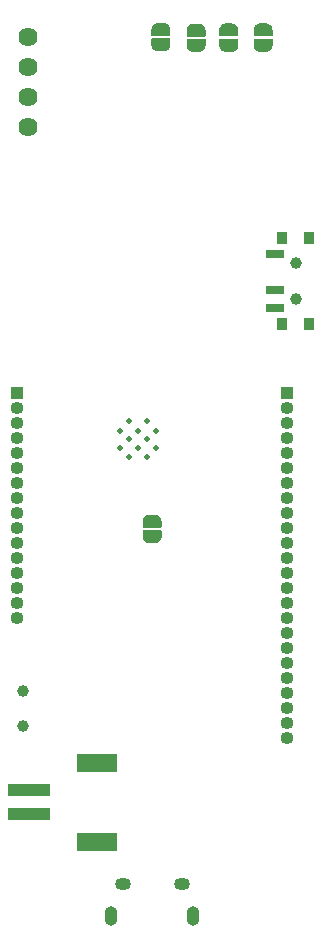
<source format=gbr>
%TF.GenerationSoftware,KiCad,Pcbnew,(5.1.6)-1*%
%TF.CreationDate,2020-08-18T23:06:57+02:00*%
%TF.ProjectId,ESP32-S2-WROOM,45535033-322d-4533-922d-57524f4f4d2e,1.2*%
%TF.SameCoordinates,Original*%
%TF.FileFunction,Soldermask,Bot*%
%TF.FilePolarity,Negative*%
%FSLAX46Y46*%
G04 Gerber Fmt 4.6, Leading zero omitted, Abs format (unit mm)*
G04 Created by KiCad (PCBNEW (5.1.6)-1) date 2020-08-18 23:06:57*
%MOMM*%
%LPD*%
G01*
G04 APERTURE LIST*
%ADD10O,1.350000X1.050000*%
%ADD11O,1.100000X1.650000*%
%ADD12C,1.000000*%
%ADD13C,0.500000*%
%ADD14O,1.100000X1.100000*%
%ADD15R,1.100000X1.100000*%
%ADD16R,3.500000X1.600000*%
%ADD17R,3.600000X1.100000*%
%ADD18R,0.900000X1.100000*%
%ADD19R,1.600000X0.800000*%
%ADD20C,1.624000*%
%ADD21C,0.100000*%
G04 APERTURE END LIST*
D10*
%TO.C,J1*%
X94020000Y-124126000D03*
X99020000Y-124126000D03*
D11*
X93020000Y-126826000D03*
X100020000Y-126826000D03*
%TD*%
D12*
%TO.C,SW2*%
X85585500Y-110784000D03*
X85585500Y-107784000D03*
%TD*%
D13*
%TO.C,U2*%
X93820000Y-85793600D03*
X94582000Y-84980800D03*
X96106000Y-84980800D03*
X96817200Y-85793600D03*
X96817200Y-87266800D03*
X96055200Y-87978000D03*
X94582000Y-87978000D03*
X93820000Y-87266800D03*
X94582000Y-86504800D03*
X96106000Y-86454000D03*
X95344000Y-85793600D03*
X95293200Y-87266800D03*
%TD*%
D14*
%TO.C,J2*%
X85090000Y-101600000D03*
X85090000Y-100330000D03*
X85090000Y-99060000D03*
X85090000Y-97790000D03*
X85090000Y-96520000D03*
X85090000Y-95250000D03*
X85090000Y-93980000D03*
X85090000Y-92710000D03*
X85090000Y-91440000D03*
X85090000Y-90170000D03*
X85090000Y-88900000D03*
X85090000Y-87630000D03*
X85090000Y-86360000D03*
X85090000Y-85090000D03*
X85090000Y-83820000D03*
D15*
X85090000Y-82550000D03*
%TD*%
D14*
%TO.C,J3*%
X107950000Y-111760000D03*
X107950000Y-110490000D03*
X107950000Y-109220000D03*
X107950000Y-107950000D03*
X107950000Y-106680000D03*
X107950000Y-105410000D03*
X107950000Y-104140000D03*
X107950000Y-102870000D03*
X107950000Y-101600000D03*
X107950000Y-100330000D03*
X107950000Y-99060000D03*
X107950000Y-97790000D03*
X107950000Y-96520000D03*
X107950000Y-95250000D03*
X107950000Y-93980000D03*
X107950000Y-92710000D03*
X107950000Y-91440000D03*
X107950000Y-90170000D03*
X107950000Y-88900000D03*
X107950000Y-87630000D03*
X107950000Y-86360000D03*
X107950000Y-85090000D03*
X107950000Y-83820000D03*
D15*
X107950000Y-82550000D03*
%TD*%
D16*
%TO.C,J4*%
X91838500Y-120571000D03*
X91838500Y-113871000D03*
D17*
X86088500Y-118221000D03*
X86088500Y-116221000D03*
%TD*%
D18*
%TO.C,SW3*%
X107551000Y-69438500D03*
X107551000Y-76738500D03*
X109761000Y-76738500D03*
X109761000Y-69438500D03*
D19*
X106901000Y-75338500D03*
X106901000Y-73838500D03*
X106901000Y-70838500D03*
D12*
X108661000Y-74588500D03*
X108661000Y-71588500D03*
%TD*%
D20*
%TO.C,J5*%
X86042500Y-60071000D03*
X86042500Y-57531000D03*
X86042500Y-54991000D03*
X86042500Y-52451000D03*
%TD*%
D21*
%TO.C,JP1*%
G36*
X98050559Y-52310755D02*
G01*
X98047714Y-52320134D01*
X98043093Y-52328779D01*
X98036875Y-52336355D01*
X98029299Y-52342573D01*
X98020654Y-52347194D01*
X98011275Y-52350039D01*
X98001520Y-52351000D01*
X96501520Y-52351000D01*
X96491765Y-52350039D01*
X96482386Y-52347194D01*
X96473741Y-52342573D01*
X96466165Y-52336355D01*
X96459947Y-52328779D01*
X96455326Y-52320134D01*
X96452481Y-52310755D01*
X96451520Y-52301000D01*
X96451520Y-51801000D01*
X96452122Y-51794889D01*
X96452122Y-51776466D01*
X96452363Y-51771565D01*
X96457173Y-51722734D01*
X96457893Y-51717881D01*
X96467465Y-51669756D01*
X96468657Y-51664995D01*
X96482901Y-51618040D01*
X96484554Y-51613421D01*
X96503331Y-51568088D01*
X96505429Y-51563651D01*
X96528560Y-51520378D01*
X96531082Y-51516171D01*
X96558342Y-51475372D01*
X96561266Y-51471430D01*
X96592394Y-51433501D01*
X96595689Y-51429866D01*
X96630386Y-51395169D01*
X96634021Y-51391874D01*
X96671950Y-51360746D01*
X96675892Y-51357822D01*
X96716691Y-51330562D01*
X96720898Y-51328040D01*
X96764171Y-51304909D01*
X96768608Y-51302811D01*
X96813941Y-51284034D01*
X96818560Y-51282381D01*
X96865515Y-51268137D01*
X96870276Y-51266945D01*
X96918401Y-51257373D01*
X96923254Y-51256653D01*
X96972085Y-51251843D01*
X96976986Y-51251602D01*
X96995409Y-51251602D01*
X97001520Y-51251000D01*
X97501520Y-51251000D01*
X97507631Y-51251602D01*
X97526054Y-51251602D01*
X97530955Y-51251843D01*
X97579786Y-51256653D01*
X97584639Y-51257373D01*
X97632764Y-51266945D01*
X97637525Y-51268137D01*
X97684480Y-51282381D01*
X97689099Y-51284034D01*
X97734432Y-51302811D01*
X97738869Y-51304909D01*
X97782142Y-51328040D01*
X97786349Y-51330562D01*
X97827148Y-51357822D01*
X97831090Y-51360746D01*
X97869019Y-51391874D01*
X97872654Y-51395169D01*
X97907351Y-51429866D01*
X97910646Y-51433501D01*
X97941774Y-51471430D01*
X97944698Y-51475372D01*
X97971958Y-51516171D01*
X97974480Y-51520378D01*
X97997611Y-51563651D01*
X97999709Y-51568088D01*
X98018486Y-51613421D01*
X98020139Y-51618040D01*
X98034383Y-51664995D01*
X98035575Y-51669756D01*
X98045147Y-51717881D01*
X98045867Y-51722734D01*
X98050677Y-51771565D01*
X98050918Y-51776466D01*
X98050918Y-51794889D01*
X98051520Y-51801000D01*
X98051520Y-52301000D01*
X98050559Y-52310755D01*
G37*
G36*
X98050918Y-53107111D02*
G01*
X98050918Y-53125534D01*
X98050677Y-53130435D01*
X98045867Y-53179266D01*
X98045147Y-53184119D01*
X98035575Y-53232244D01*
X98034383Y-53237005D01*
X98020139Y-53283960D01*
X98018486Y-53288579D01*
X97999709Y-53333912D01*
X97997611Y-53338349D01*
X97974480Y-53381622D01*
X97971958Y-53385829D01*
X97944698Y-53426628D01*
X97941774Y-53430570D01*
X97910646Y-53468499D01*
X97907351Y-53472134D01*
X97872654Y-53506831D01*
X97869019Y-53510126D01*
X97831090Y-53541254D01*
X97827148Y-53544178D01*
X97786349Y-53571438D01*
X97782142Y-53573960D01*
X97738869Y-53597091D01*
X97734432Y-53599189D01*
X97689099Y-53617966D01*
X97684480Y-53619619D01*
X97637525Y-53633863D01*
X97632764Y-53635055D01*
X97584639Y-53644627D01*
X97579786Y-53645347D01*
X97530955Y-53650157D01*
X97526054Y-53650398D01*
X97507631Y-53650398D01*
X97501520Y-53651000D01*
X97001520Y-53651000D01*
X96995409Y-53650398D01*
X96976986Y-53650398D01*
X96972085Y-53650157D01*
X96923254Y-53645347D01*
X96918401Y-53644627D01*
X96870276Y-53635055D01*
X96865515Y-53633863D01*
X96818560Y-53619619D01*
X96813941Y-53617966D01*
X96768608Y-53599189D01*
X96764171Y-53597091D01*
X96720898Y-53573960D01*
X96716691Y-53571438D01*
X96675892Y-53544178D01*
X96671950Y-53541254D01*
X96634021Y-53510126D01*
X96630386Y-53506831D01*
X96595689Y-53472134D01*
X96592394Y-53468499D01*
X96561266Y-53430570D01*
X96558342Y-53426628D01*
X96531082Y-53385829D01*
X96528560Y-53381622D01*
X96505429Y-53338349D01*
X96503331Y-53333912D01*
X96484554Y-53288579D01*
X96482901Y-53283960D01*
X96468657Y-53237005D01*
X96467465Y-53232244D01*
X96457893Y-53184119D01*
X96457173Y-53179266D01*
X96452363Y-53130435D01*
X96452122Y-53125534D01*
X96452122Y-53107111D01*
X96451520Y-53101000D01*
X96451520Y-52601000D01*
X96452481Y-52591245D01*
X96455326Y-52581866D01*
X96459947Y-52573221D01*
X96466165Y-52565645D01*
X96473741Y-52559427D01*
X96482386Y-52554806D01*
X96491765Y-52551961D01*
X96501520Y-52551000D01*
X98001520Y-52551000D01*
X98011275Y-52551961D01*
X98020654Y-52554806D01*
X98029299Y-52559427D01*
X98036875Y-52565645D01*
X98043093Y-52573221D01*
X98047714Y-52581866D01*
X98050559Y-52591245D01*
X98051520Y-52601000D01*
X98051520Y-53101000D01*
X98050918Y-53107111D01*
G37*
%TD*%
%TO.C,JP2*%
G36*
X102207762Y-51830449D02*
G01*
X102207762Y-51812026D01*
X102208003Y-51807125D01*
X102212813Y-51758294D01*
X102213533Y-51753441D01*
X102223105Y-51705316D01*
X102224297Y-51700555D01*
X102238541Y-51653600D01*
X102240194Y-51648981D01*
X102258971Y-51603648D01*
X102261069Y-51599211D01*
X102284200Y-51555938D01*
X102286722Y-51551731D01*
X102313982Y-51510932D01*
X102316906Y-51506990D01*
X102348034Y-51469061D01*
X102351329Y-51465426D01*
X102386026Y-51430729D01*
X102389661Y-51427434D01*
X102427590Y-51396306D01*
X102431532Y-51393382D01*
X102472331Y-51366122D01*
X102476538Y-51363600D01*
X102519811Y-51340469D01*
X102524248Y-51338371D01*
X102569581Y-51319594D01*
X102574200Y-51317941D01*
X102621155Y-51303697D01*
X102625916Y-51302505D01*
X102674041Y-51292933D01*
X102678894Y-51292213D01*
X102727725Y-51287403D01*
X102732626Y-51287162D01*
X102751049Y-51287162D01*
X102757160Y-51286560D01*
X103257160Y-51286560D01*
X103263271Y-51287162D01*
X103281694Y-51287162D01*
X103286595Y-51287403D01*
X103335426Y-51292213D01*
X103340279Y-51292933D01*
X103388404Y-51302505D01*
X103393165Y-51303697D01*
X103440120Y-51317941D01*
X103444739Y-51319594D01*
X103490072Y-51338371D01*
X103494509Y-51340469D01*
X103537782Y-51363600D01*
X103541989Y-51366122D01*
X103582788Y-51393382D01*
X103586730Y-51396306D01*
X103624659Y-51427434D01*
X103628294Y-51430729D01*
X103662991Y-51465426D01*
X103666286Y-51469061D01*
X103697414Y-51506990D01*
X103700338Y-51510932D01*
X103727598Y-51551731D01*
X103730120Y-51555938D01*
X103753251Y-51599211D01*
X103755349Y-51603648D01*
X103774126Y-51648981D01*
X103775779Y-51653600D01*
X103790023Y-51700555D01*
X103791215Y-51705316D01*
X103800787Y-51753441D01*
X103801507Y-51758294D01*
X103806317Y-51807125D01*
X103806558Y-51812026D01*
X103806558Y-51830449D01*
X103807160Y-51836560D01*
X103807160Y-52336560D01*
X103806199Y-52346315D01*
X103803354Y-52355694D01*
X103798733Y-52364339D01*
X103792515Y-52371915D01*
X103784939Y-52378133D01*
X103776294Y-52382754D01*
X103766915Y-52385599D01*
X103757160Y-52386560D01*
X102257160Y-52386560D01*
X102247405Y-52385599D01*
X102238026Y-52382754D01*
X102229381Y-52378133D01*
X102221805Y-52371915D01*
X102215587Y-52364339D01*
X102210966Y-52355694D01*
X102208121Y-52346315D01*
X102207160Y-52336560D01*
X102207160Y-51836560D01*
X102207762Y-51830449D01*
G37*
G36*
X102208121Y-52626805D02*
G01*
X102210966Y-52617426D01*
X102215587Y-52608781D01*
X102221805Y-52601205D01*
X102229381Y-52594987D01*
X102238026Y-52590366D01*
X102247405Y-52587521D01*
X102257160Y-52586560D01*
X103757160Y-52586560D01*
X103766915Y-52587521D01*
X103776294Y-52590366D01*
X103784939Y-52594987D01*
X103792515Y-52601205D01*
X103798733Y-52608781D01*
X103803354Y-52617426D01*
X103806199Y-52626805D01*
X103807160Y-52636560D01*
X103807160Y-53136560D01*
X103806558Y-53142671D01*
X103806558Y-53161094D01*
X103806317Y-53165995D01*
X103801507Y-53214826D01*
X103800787Y-53219679D01*
X103791215Y-53267804D01*
X103790023Y-53272565D01*
X103775779Y-53319520D01*
X103774126Y-53324139D01*
X103755349Y-53369472D01*
X103753251Y-53373909D01*
X103730120Y-53417182D01*
X103727598Y-53421389D01*
X103700338Y-53462188D01*
X103697414Y-53466130D01*
X103666286Y-53504059D01*
X103662991Y-53507694D01*
X103628294Y-53542391D01*
X103624659Y-53545686D01*
X103586730Y-53576814D01*
X103582788Y-53579738D01*
X103541989Y-53606998D01*
X103537782Y-53609520D01*
X103494509Y-53632651D01*
X103490072Y-53634749D01*
X103444739Y-53653526D01*
X103440120Y-53655179D01*
X103393165Y-53669423D01*
X103388404Y-53670615D01*
X103340279Y-53680187D01*
X103335426Y-53680907D01*
X103286595Y-53685717D01*
X103281694Y-53685958D01*
X103263271Y-53685958D01*
X103257160Y-53686560D01*
X102757160Y-53686560D01*
X102751049Y-53685958D01*
X102732626Y-53685958D01*
X102727725Y-53685717D01*
X102678894Y-53680907D01*
X102674041Y-53680187D01*
X102625916Y-53670615D01*
X102621155Y-53669423D01*
X102574200Y-53655179D01*
X102569581Y-53653526D01*
X102524248Y-53634749D01*
X102519811Y-53632651D01*
X102476538Y-53609520D01*
X102472331Y-53606998D01*
X102431532Y-53579738D01*
X102427590Y-53576814D01*
X102389661Y-53545686D01*
X102386026Y-53542391D01*
X102351329Y-53507694D01*
X102348034Y-53504059D01*
X102316906Y-53466130D01*
X102313982Y-53462188D01*
X102286722Y-53421389D01*
X102284200Y-53417182D01*
X102261069Y-53373909D01*
X102258971Y-53369472D01*
X102240194Y-53324139D01*
X102238541Y-53319520D01*
X102224297Y-53272565D01*
X102223105Y-53267804D01*
X102213533Y-53219679D01*
X102212813Y-53214826D01*
X102208003Y-53165995D01*
X102207762Y-53161094D01*
X102207762Y-53142671D01*
X102207160Y-53136560D01*
X102207160Y-52636560D01*
X102208121Y-52626805D01*
G37*
%TD*%
%TO.C,JP3*%
G36*
X101042679Y-52351395D02*
G01*
X101039834Y-52360774D01*
X101035213Y-52369419D01*
X101028995Y-52376995D01*
X101021419Y-52383213D01*
X101012774Y-52387834D01*
X101003395Y-52390679D01*
X100993640Y-52391640D01*
X99493640Y-52391640D01*
X99483885Y-52390679D01*
X99474506Y-52387834D01*
X99465861Y-52383213D01*
X99458285Y-52376995D01*
X99452067Y-52369419D01*
X99447446Y-52360774D01*
X99444601Y-52351395D01*
X99443640Y-52341640D01*
X99443640Y-51841640D01*
X99444242Y-51835529D01*
X99444242Y-51817106D01*
X99444483Y-51812205D01*
X99449293Y-51763374D01*
X99450013Y-51758521D01*
X99459585Y-51710396D01*
X99460777Y-51705635D01*
X99475021Y-51658680D01*
X99476674Y-51654061D01*
X99495451Y-51608728D01*
X99497549Y-51604291D01*
X99520680Y-51561018D01*
X99523202Y-51556811D01*
X99550462Y-51516012D01*
X99553386Y-51512070D01*
X99584514Y-51474141D01*
X99587809Y-51470506D01*
X99622506Y-51435809D01*
X99626141Y-51432514D01*
X99664070Y-51401386D01*
X99668012Y-51398462D01*
X99708811Y-51371202D01*
X99713018Y-51368680D01*
X99756291Y-51345549D01*
X99760728Y-51343451D01*
X99806061Y-51324674D01*
X99810680Y-51323021D01*
X99857635Y-51308777D01*
X99862396Y-51307585D01*
X99910521Y-51298013D01*
X99915374Y-51297293D01*
X99964205Y-51292483D01*
X99969106Y-51292242D01*
X99987529Y-51292242D01*
X99993640Y-51291640D01*
X100493640Y-51291640D01*
X100499751Y-51292242D01*
X100518174Y-51292242D01*
X100523075Y-51292483D01*
X100571906Y-51297293D01*
X100576759Y-51298013D01*
X100624884Y-51307585D01*
X100629645Y-51308777D01*
X100676600Y-51323021D01*
X100681219Y-51324674D01*
X100726552Y-51343451D01*
X100730989Y-51345549D01*
X100774262Y-51368680D01*
X100778469Y-51371202D01*
X100819268Y-51398462D01*
X100823210Y-51401386D01*
X100861139Y-51432514D01*
X100864774Y-51435809D01*
X100899471Y-51470506D01*
X100902766Y-51474141D01*
X100933894Y-51512070D01*
X100936818Y-51516012D01*
X100964078Y-51556811D01*
X100966600Y-51561018D01*
X100989731Y-51604291D01*
X100991829Y-51608728D01*
X101010606Y-51654061D01*
X101012259Y-51658680D01*
X101026503Y-51705635D01*
X101027695Y-51710396D01*
X101037267Y-51758521D01*
X101037987Y-51763374D01*
X101042797Y-51812205D01*
X101043038Y-51817106D01*
X101043038Y-51835529D01*
X101043640Y-51841640D01*
X101043640Y-52341640D01*
X101042679Y-52351395D01*
G37*
G36*
X101043038Y-53147751D02*
G01*
X101043038Y-53166174D01*
X101042797Y-53171075D01*
X101037987Y-53219906D01*
X101037267Y-53224759D01*
X101027695Y-53272884D01*
X101026503Y-53277645D01*
X101012259Y-53324600D01*
X101010606Y-53329219D01*
X100991829Y-53374552D01*
X100989731Y-53378989D01*
X100966600Y-53422262D01*
X100964078Y-53426469D01*
X100936818Y-53467268D01*
X100933894Y-53471210D01*
X100902766Y-53509139D01*
X100899471Y-53512774D01*
X100864774Y-53547471D01*
X100861139Y-53550766D01*
X100823210Y-53581894D01*
X100819268Y-53584818D01*
X100778469Y-53612078D01*
X100774262Y-53614600D01*
X100730989Y-53637731D01*
X100726552Y-53639829D01*
X100681219Y-53658606D01*
X100676600Y-53660259D01*
X100629645Y-53674503D01*
X100624884Y-53675695D01*
X100576759Y-53685267D01*
X100571906Y-53685987D01*
X100523075Y-53690797D01*
X100518174Y-53691038D01*
X100499751Y-53691038D01*
X100493640Y-53691640D01*
X99993640Y-53691640D01*
X99987529Y-53691038D01*
X99969106Y-53691038D01*
X99964205Y-53690797D01*
X99915374Y-53685987D01*
X99910521Y-53685267D01*
X99862396Y-53675695D01*
X99857635Y-53674503D01*
X99810680Y-53660259D01*
X99806061Y-53658606D01*
X99760728Y-53639829D01*
X99756291Y-53637731D01*
X99713018Y-53614600D01*
X99708811Y-53612078D01*
X99668012Y-53584818D01*
X99664070Y-53581894D01*
X99626141Y-53550766D01*
X99622506Y-53547471D01*
X99587809Y-53512774D01*
X99584514Y-53509139D01*
X99553386Y-53471210D01*
X99550462Y-53467268D01*
X99523202Y-53426469D01*
X99520680Y-53422262D01*
X99497549Y-53378989D01*
X99495451Y-53374552D01*
X99476674Y-53329219D01*
X99475021Y-53324600D01*
X99460777Y-53277645D01*
X99459585Y-53272884D01*
X99450013Y-53224759D01*
X99449293Y-53219906D01*
X99444483Y-53171075D01*
X99444242Y-53166174D01*
X99444242Y-53147751D01*
X99443640Y-53141640D01*
X99443640Y-52641640D01*
X99444601Y-52631885D01*
X99447446Y-52622506D01*
X99452067Y-52613861D01*
X99458285Y-52606285D01*
X99465861Y-52600067D01*
X99474506Y-52595446D01*
X99483885Y-52592601D01*
X99493640Y-52591640D01*
X100993640Y-52591640D01*
X101003395Y-52592601D01*
X101012774Y-52595446D01*
X101021419Y-52600067D01*
X101028995Y-52606285D01*
X101035213Y-52613861D01*
X101039834Y-52622506D01*
X101042679Y-52631885D01*
X101043640Y-52641640D01*
X101043640Y-53141640D01*
X101043038Y-53147751D01*
G37*
%TD*%
%TO.C,JP4*%
G36*
X105113522Y-51820289D02*
G01*
X105113522Y-51801866D01*
X105113763Y-51796965D01*
X105118573Y-51748134D01*
X105119293Y-51743281D01*
X105128865Y-51695156D01*
X105130057Y-51690395D01*
X105144301Y-51643440D01*
X105145954Y-51638821D01*
X105164731Y-51593488D01*
X105166829Y-51589051D01*
X105189960Y-51545778D01*
X105192482Y-51541571D01*
X105219742Y-51500772D01*
X105222666Y-51496830D01*
X105253794Y-51458901D01*
X105257089Y-51455266D01*
X105291786Y-51420569D01*
X105295421Y-51417274D01*
X105333350Y-51386146D01*
X105337292Y-51383222D01*
X105378091Y-51355962D01*
X105382298Y-51353440D01*
X105425571Y-51330309D01*
X105430008Y-51328211D01*
X105475341Y-51309434D01*
X105479960Y-51307781D01*
X105526915Y-51293537D01*
X105531676Y-51292345D01*
X105579801Y-51282773D01*
X105584654Y-51282053D01*
X105633485Y-51277243D01*
X105638386Y-51277002D01*
X105656809Y-51277002D01*
X105662920Y-51276400D01*
X106162920Y-51276400D01*
X106169031Y-51277002D01*
X106187454Y-51277002D01*
X106192355Y-51277243D01*
X106241186Y-51282053D01*
X106246039Y-51282773D01*
X106294164Y-51292345D01*
X106298925Y-51293537D01*
X106345880Y-51307781D01*
X106350499Y-51309434D01*
X106395832Y-51328211D01*
X106400269Y-51330309D01*
X106443542Y-51353440D01*
X106447749Y-51355962D01*
X106488548Y-51383222D01*
X106492490Y-51386146D01*
X106530419Y-51417274D01*
X106534054Y-51420569D01*
X106568751Y-51455266D01*
X106572046Y-51458901D01*
X106603174Y-51496830D01*
X106606098Y-51500772D01*
X106633358Y-51541571D01*
X106635880Y-51545778D01*
X106659011Y-51589051D01*
X106661109Y-51593488D01*
X106679886Y-51638821D01*
X106681539Y-51643440D01*
X106695783Y-51690395D01*
X106696975Y-51695156D01*
X106706547Y-51743281D01*
X106707267Y-51748134D01*
X106712077Y-51796965D01*
X106712318Y-51801866D01*
X106712318Y-51820289D01*
X106712920Y-51826400D01*
X106712920Y-52326400D01*
X106711959Y-52336155D01*
X106709114Y-52345534D01*
X106704493Y-52354179D01*
X106698275Y-52361755D01*
X106690699Y-52367973D01*
X106682054Y-52372594D01*
X106672675Y-52375439D01*
X106662920Y-52376400D01*
X105162920Y-52376400D01*
X105153165Y-52375439D01*
X105143786Y-52372594D01*
X105135141Y-52367973D01*
X105127565Y-52361755D01*
X105121347Y-52354179D01*
X105116726Y-52345534D01*
X105113881Y-52336155D01*
X105112920Y-52326400D01*
X105112920Y-51826400D01*
X105113522Y-51820289D01*
G37*
G36*
X105113881Y-52616645D02*
G01*
X105116726Y-52607266D01*
X105121347Y-52598621D01*
X105127565Y-52591045D01*
X105135141Y-52584827D01*
X105143786Y-52580206D01*
X105153165Y-52577361D01*
X105162920Y-52576400D01*
X106662920Y-52576400D01*
X106672675Y-52577361D01*
X106682054Y-52580206D01*
X106690699Y-52584827D01*
X106698275Y-52591045D01*
X106704493Y-52598621D01*
X106709114Y-52607266D01*
X106711959Y-52616645D01*
X106712920Y-52626400D01*
X106712920Y-53126400D01*
X106712318Y-53132511D01*
X106712318Y-53150934D01*
X106712077Y-53155835D01*
X106707267Y-53204666D01*
X106706547Y-53209519D01*
X106696975Y-53257644D01*
X106695783Y-53262405D01*
X106681539Y-53309360D01*
X106679886Y-53313979D01*
X106661109Y-53359312D01*
X106659011Y-53363749D01*
X106635880Y-53407022D01*
X106633358Y-53411229D01*
X106606098Y-53452028D01*
X106603174Y-53455970D01*
X106572046Y-53493899D01*
X106568751Y-53497534D01*
X106534054Y-53532231D01*
X106530419Y-53535526D01*
X106492490Y-53566654D01*
X106488548Y-53569578D01*
X106447749Y-53596838D01*
X106443542Y-53599360D01*
X106400269Y-53622491D01*
X106395832Y-53624589D01*
X106350499Y-53643366D01*
X106345880Y-53645019D01*
X106298925Y-53659263D01*
X106294164Y-53660455D01*
X106246039Y-53670027D01*
X106241186Y-53670747D01*
X106192355Y-53675557D01*
X106187454Y-53675798D01*
X106169031Y-53675798D01*
X106162920Y-53676400D01*
X105662920Y-53676400D01*
X105656809Y-53675798D01*
X105638386Y-53675798D01*
X105633485Y-53675557D01*
X105584654Y-53670747D01*
X105579801Y-53670027D01*
X105531676Y-53660455D01*
X105526915Y-53659263D01*
X105479960Y-53645019D01*
X105475341Y-53643366D01*
X105430008Y-53624589D01*
X105425571Y-53622491D01*
X105382298Y-53599360D01*
X105378091Y-53596838D01*
X105337292Y-53569578D01*
X105333350Y-53566654D01*
X105295421Y-53535526D01*
X105291786Y-53532231D01*
X105257089Y-53497534D01*
X105253794Y-53493899D01*
X105222666Y-53455970D01*
X105219742Y-53452028D01*
X105192482Y-53411229D01*
X105189960Y-53407022D01*
X105166829Y-53363749D01*
X105164731Y-53359312D01*
X105145954Y-53313979D01*
X105144301Y-53309360D01*
X105130057Y-53262405D01*
X105128865Y-53257644D01*
X105119293Y-53209519D01*
X105118573Y-53204666D01*
X105113763Y-53155835D01*
X105113522Y-53150934D01*
X105113522Y-53132511D01*
X105112920Y-53126400D01*
X105112920Y-52626400D01*
X105113881Y-52616645D01*
G37*
%TD*%
%TO.C,JP5*%
G36*
X97314318Y-94737711D02*
G01*
X97314318Y-94756134D01*
X97314077Y-94761035D01*
X97309267Y-94809866D01*
X97308547Y-94814719D01*
X97298975Y-94862844D01*
X97297783Y-94867605D01*
X97283539Y-94914560D01*
X97281886Y-94919179D01*
X97263109Y-94964512D01*
X97261011Y-94968949D01*
X97237880Y-95012222D01*
X97235358Y-95016429D01*
X97208098Y-95057228D01*
X97205174Y-95061170D01*
X97174046Y-95099099D01*
X97170751Y-95102734D01*
X97136054Y-95137431D01*
X97132419Y-95140726D01*
X97094490Y-95171854D01*
X97090548Y-95174778D01*
X97049749Y-95202038D01*
X97045542Y-95204560D01*
X97002269Y-95227691D01*
X96997832Y-95229789D01*
X96952499Y-95248566D01*
X96947880Y-95250219D01*
X96900925Y-95264463D01*
X96896164Y-95265655D01*
X96848039Y-95275227D01*
X96843186Y-95275947D01*
X96794355Y-95280757D01*
X96789454Y-95280998D01*
X96771031Y-95280998D01*
X96764920Y-95281600D01*
X96264920Y-95281600D01*
X96258809Y-95280998D01*
X96240386Y-95280998D01*
X96235485Y-95280757D01*
X96186654Y-95275947D01*
X96181801Y-95275227D01*
X96133676Y-95265655D01*
X96128915Y-95264463D01*
X96081960Y-95250219D01*
X96077341Y-95248566D01*
X96032008Y-95229789D01*
X96027571Y-95227691D01*
X95984298Y-95204560D01*
X95980091Y-95202038D01*
X95939292Y-95174778D01*
X95935350Y-95171854D01*
X95897421Y-95140726D01*
X95893786Y-95137431D01*
X95859089Y-95102734D01*
X95855794Y-95099099D01*
X95824666Y-95061170D01*
X95821742Y-95057228D01*
X95794482Y-95016429D01*
X95791960Y-95012222D01*
X95768829Y-94968949D01*
X95766731Y-94964512D01*
X95747954Y-94919179D01*
X95746301Y-94914560D01*
X95732057Y-94867605D01*
X95730865Y-94862844D01*
X95721293Y-94814719D01*
X95720573Y-94809866D01*
X95715763Y-94761035D01*
X95715522Y-94756134D01*
X95715522Y-94737711D01*
X95714920Y-94731600D01*
X95714920Y-94231600D01*
X95715881Y-94221845D01*
X95718726Y-94212466D01*
X95723347Y-94203821D01*
X95729565Y-94196245D01*
X95737141Y-94190027D01*
X95745786Y-94185406D01*
X95755165Y-94182561D01*
X95764920Y-94181600D01*
X97264920Y-94181600D01*
X97274675Y-94182561D01*
X97284054Y-94185406D01*
X97292699Y-94190027D01*
X97300275Y-94196245D01*
X97306493Y-94203821D01*
X97311114Y-94212466D01*
X97313959Y-94221845D01*
X97314920Y-94231600D01*
X97314920Y-94731600D01*
X97314318Y-94737711D01*
G37*
G36*
X97313959Y-93941355D02*
G01*
X97311114Y-93950734D01*
X97306493Y-93959379D01*
X97300275Y-93966955D01*
X97292699Y-93973173D01*
X97284054Y-93977794D01*
X97274675Y-93980639D01*
X97264920Y-93981600D01*
X95764920Y-93981600D01*
X95755165Y-93980639D01*
X95745786Y-93977794D01*
X95737141Y-93973173D01*
X95729565Y-93966955D01*
X95723347Y-93959379D01*
X95718726Y-93950734D01*
X95715881Y-93941355D01*
X95714920Y-93931600D01*
X95714920Y-93431600D01*
X95715522Y-93425489D01*
X95715522Y-93407066D01*
X95715763Y-93402165D01*
X95720573Y-93353334D01*
X95721293Y-93348481D01*
X95730865Y-93300356D01*
X95732057Y-93295595D01*
X95746301Y-93248640D01*
X95747954Y-93244021D01*
X95766731Y-93198688D01*
X95768829Y-93194251D01*
X95791960Y-93150978D01*
X95794482Y-93146771D01*
X95821742Y-93105972D01*
X95824666Y-93102030D01*
X95855794Y-93064101D01*
X95859089Y-93060466D01*
X95893786Y-93025769D01*
X95897421Y-93022474D01*
X95935350Y-92991346D01*
X95939292Y-92988422D01*
X95980091Y-92961162D01*
X95984298Y-92958640D01*
X96027571Y-92935509D01*
X96032008Y-92933411D01*
X96077341Y-92914634D01*
X96081960Y-92912981D01*
X96128915Y-92898737D01*
X96133676Y-92897545D01*
X96181801Y-92887973D01*
X96186654Y-92887253D01*
X96235485Y-92882443D01*
X96240386Y-92882202D01*
X96258809Y-92882202D01*
X96264920Y-92881600D01*
X96764920Y-92881600D01*
X96771031Y-92882202D01*
X96789454Y-92882202D01*
X96794355Y-92882443D01*
X96843186Y-92887253D01*
X96848039Y-92887973D01*
X96896164Y-92897545D01*
X96900925Y-92898737D01*
X96947880Y-92912981D01*
X96952499Y-92914634D01*
X96997832Y-92933411D01*
X97002269Y-92935509D01*
X97045542Y-92958640D01*
X97049749Y-92961162D01*
X97090548Y-92988422D01*
X97094490Y-92991346D01*
X97132419Y-93022474D01*
X97136054Y-93025769D01*
X97170751Y-93060466D01*
X97174046Y-93064101D01*
X97205174Y-93102030D01*
X97208098Y-93105972D01*
X97235358Y-93146771D01*
X97237880Y-93150978D01*
X97261011Y-93194251D01*
X97263109Y-93198688D01*
X97281886Y-93244021D01*
X97283539Y-93248640D01*
X97297783Y-93295595D01*
X97298975Y-93300356D01*
X97308547Y-93348481D01*
X97309267Y-93353334D01*
X97314077Y-93402165D01*
X97314318Y-93407066D01*
X97314318Y-93425489D01*
X97314920Y-93431600D01*
X97314920Y-93931600D01*
X97313959Y-93941355D01*
G37*
%TD*%
M02*

</source>
